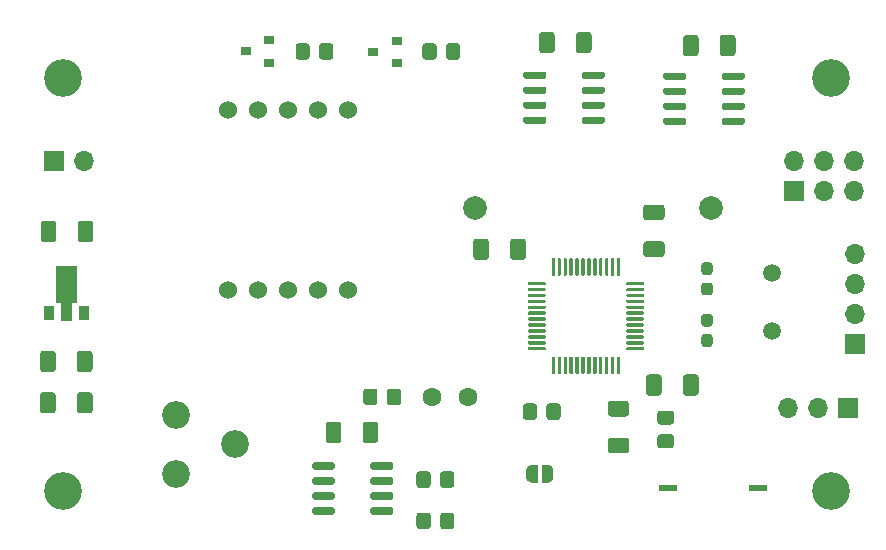
<source format=gts>
G04 #@! TF.GenerationSoftware,KiCad,Pcbnew,(5.1.10)-1*
G04 #@! TF.CreationDate,2022-03-27T16:28:06+02:00*
G04 #@! TF.ProjectId,pullup_counter_schematic,70756c6c-7570-45f6-936f-756e7465725f,1*
G04 #@! TF.SameCoordinates,Original*
G04 #@! TF.FileFunction,Soldermask,Top*
G04 #@! TF.FilePolarity,Negative*
%FSLAX46Y46*%
G04 Gerber Fmt 4.6, Leading zero omitted, Abs format (unit mm)*
G04 Created by KiCad (PCBNEW (5.1.10)-1) date 2022-03-27 16:28:06*
%MOMM*%
%LPD*%
G01*
G04 APERTURE LIST*
%ADD10C,2.340000*%
%ADD11O,1.700000X1.700000*%
%ADD12R,1.700000X1.700000*%
%ADD13R,1.500000X0.600000*%
%ADD14C,2.000000*%
%ADD15C,1.500000*%
%ADD16C,1.524000*%
%ADD17C,0.152400*%
%ADD18R,0.900000X1.300000*%
%ADD19C,1.600000*%
%ADD20R,0.900000X0.800000*%
%ADD21C,3.200000*%
G04 APERTURE END LIST*
D10*
X164500000Y-67500000D03*
X169500000Y-65000000D03*
X164500000Y-62500000D03*
D11*
X221980000Y-41060000D03*
X221980000Y-43600000D03*
X219440000Y-41060000D03*
X219440000Y-43600000D03*
X216900000Y-41060000D03*
D12*
X216900000Y-43600000D03*
D11*
X216320000Y-61900000D03*
X218860000Y-61900000D03*
D12*
X221400000Y-61900000D03*
G36*
G01*
X198900000Y-33900000D02*
X198900000Y-33600000D01*
G75*
G02*
X199050000Y-33450000I150000J0D01*
G01*
X200700000Y-33450000D01*
G75*
G02*
X200850000Y-33600000I0J-150000D01*
G01*
X200850000Y-33900000D01*
G75*
G02*
X200700000Y-34050000I-150000J0D01*
G01*
X199050000Y-34050000D01*
G75*
G02*
X198900000Y-33900000I0J150000D01*
G01*
G37*
G36*
G01*
X198900000Y-35170000D02*
X198900000Y-34870000D01*
G75*
G02*
X199050000Y-34720000I150000J0D01*
G01*
X200700000Y-34720000D01*
G75*
G02*
X200850000Y-34870000I0J-150000D01*
G01*
X200850000Y-35170000D01*
G75*
G02*
X200700000Y-35320000I-150000J0D01*
G01*
X199050000Y-35320000D01*
G75*
G02*
X198900000Y-35170000I0J150000D01*
G01*
G37*
G36*
G01*
X198900000Y-36440000D02*
X198900000Y-36140000D01*
G75*
G02*
X199050000Y-35990000I150000J0D01*
G01*
X200700000Y-35990000D01*
G75*
G02*
X200850000Y-36140000I0J-150000D01*
G01*
X200850000Y-36440000D01*
G75*
G02*
X200700000Y-36590000I-150000J0D01*
G01*
X199050000Y-36590000D01*
G75*
G02*
X198900000Y-36440000I0J150000D01*
G01*
G37*
G36*
G01*
X198900000Y-37710000D02*
X198900000Y-37410000D01*
G75*
G02*
X199050000Y-37260000I150000J0D01*
G01*
X200700000Y-37260000D01*
G75*
G02*
X200850000Y-37410000I0J-150000D01*
G01*
X200850000Y-37710000D01*
G75*
G02*
X200700000Y-37860000I-150000J0D01*
G01*
X199050000Y-37860000D01*
G75*
G02*
X198900000Y-37710000I0J150000D01*
G01*
G37*
G36*
G01*
X193950000Y-37710000D02*
X193950000Y-37410000D01*
G75*
G02*
X194100000Y-37260000I150000J0D01*
G01*
X195750000Y-37260000D01*
G75*
G02*
X195900000Y-37410000I0J-150000D01*
G01*
X195900000Y-37710000D01*
G75*
G02*
X195750000Y-37860000I-150000J0D01*
G01*
X194100000Y-37860000D01*
G75*
G02*
X193950000Y-37710000I0J150000D01*
G01*
G37*
G36*
G01*
X193950000Y-36440000D02*
X193950000Y-36140000D01*
G75*
G02*
X194100000Y-35990000I150000J0D01*
G01*
X195750000Y-35990000D01*
G75*
G02*
X195900000Y-36140000I0J-150000D01*
G01*
X195900000Y-36440000D01*
G75*
G02*
X195750000Y-36590000I-150000J0D01*
G01*
X194100000Y-36590000D01*
G75*
G02*
X193950000Y-36440000I0J150000D01*
G01*
G37*
G36*
G01*
X193950000Y-35170000D02*
X193950000Y-34870000D01*
G75*
G02*
X194100000Y-34720000I150000J0D01*
G01*
X195750000Y-34720000D01*
G75*
G02*
X195900000Y-34870000I0J-150000D01*
G01*
X195900000Y-35170000D01*
G75*
G02*
X195750000Y-35320000I-150000J0D01*
G01*
X194100000Y-35320000D01*
G75*
G02*
X193950000Y-35170000I0J150000D01*
G01*
G37*
G36*
G01*
X193950000Y-33900000D02*
X193950000Y-33600000D01*
G75*
G02*
X194100000Y-33450000I150000J0D01*
G01*
X195750000Y-33450000D01*
G75*
G02*
X195900000Y-33600000I0J-150000D01*
G01*
X195900000Y-33900000D01*
G75*
G02*
X195750000Y-34050000I-150000J0D01*
G01*
X194100000Y-34050000D01*
G75*
G02*
X193950000Y-33900000I0J150000D01*
G01*
G37*
D13*
X213825000Y-68750000D03*
X206175000Y-68750000D03*
D14*
X189850000Y-45000000D03*
X209850000Y-45000000D03*
D15*
X215000000Y-50500000D03*
X215000000Y-55380000D03*
G36*
G01*
X205549999Y-64150000D02*
X206450001Y-64150000D01*
G75*
G02*
X206700000Y-64399999I0J-249999D01*
G01*
X206700000Y-65100001D01*
G75*
G02*
X206450001Y-65350000I-249999J0D01*
G01*
X205549999Y-65350000D01*
G75*
G02*
X205300000Y-65100001I0J249999D01*
G01*
X205300000Y-64399999D01*
G75*
G02*
X205549999Y-64150000I249999J0D01*
G01*
G37*
G36*
G01*
X205549999Y-62150000D02*
X206450001Y-62150000D01*
G75*
G02*
X206700000Y-62399999I0J-249999D01*
G01*
X206700000Y-63100001D01*
G75*
G02*
X206450001Y-63350000I-249999J0D01*
G01*
X205549999Y-63350000D01*
G75*
G02*
X205300000Y-63100001I0J249999D01*
G01*
X205300000Y-62399999D01*
G75*
G02*
X205549999Y-62150000I249999J0D01*
G01*
G37*
D11*
X222000000Y-48880000D03*
X222000000Y-51420000D03*
X222000000Y-53960000D03*
D12*
X222000000Y-56500000D03*
G36*
G01*
X207462500Y-60650002D02*
X207462500Y-59349998D01*
G75*
G02*
X207712498Y-59100000I249998J0D01*
G01*
X208537502Y-59100000D01*
G75*
G02*
X208787500Y-59349998I0J-249998D01*
G01*
X208787500Y-60650002D01*
G75*
G02*
X208537502Y-60900000I-249998J0D01*
G01*
X207712498Y-60900000D01*
G75*
G02*
X207462500Y-60650002I0J249998D01*
G01*
G37*
G36*
G01*
X204337500Y-60650002D02*
X204337500Y-59349998D01*
G75*
G02*
X204587498Y-59100000I249998J0D01*
G01*
X205412502Y-59100000D01*
G75*
G02*
X205662500Y-59349998I0J-249998D01*
G01*
X205662500Y-60650002D01*
G75*
G02*
X205412502Y-60900000I-249998J0D01*
G01*
X204587498Y-60900000D01*
G75*
G02*
X204337500Y-60650002I0J249998D01*
G01*
G37*
G36*
G01*
X209737500Y-50675000D02*
X209262500Y-50675000D01*
G75*
G02*
X209025000Y-50437500I0J237500D01*
G01*
X209025000Y-49837500D01*
G75*
G02*
X209262500Y-49600000I237500J0D01*
G01*
X209737500Y-49600000D01*
G75*
G02*
X209975000Y-49837500I0J-237500D01*
G01*
X209975000Y-50437500D01*
G75*
G02*
X209737500Y-50675000I-237500J0D01*
G01*
G37*
G36*
G01*
X209737500Y-52400000D02*
X209262500Y-52400000D01*
G75*
G02*
X209025000Y-52162500I0J237500D01*
G01*
X209025000Y-51562500D01*
G75*
G02*
X209262500Y-51325000I237500J0D01*
G01*
X209737500Y-51325000D01*
G75*
G02*
X209975000Y-51562500I0J-237500D01*
G01*
X209975000Y-52162500D01*
G75*
G02*
X209737500Y-52400000I-237500J0D01*
G01*
G37*
G36*
G01*
X209262500Y-55687501D02*
X209737500Y-55687501D01*
G75*
G02*
X209975000Y-55925001I0J-237500D01*
G01*
X209975000Y-56525001D01*
G75*
G02*
X209737500Y-56762501I-237500J0D01*
G01*
X209262500Y-56762501D01*
G75*
G02*
X209025000Y-56525001I0J237500D01*
G01*
X209025000Y-55925001D01*
G75*
G02*
X209262500Y-55687501I237500J0D01*
G01*
G37*
G36*
G01*
X209262500Y-53962501D02*
X209737500Y-53962501D01*
G75*
G02*
X209975000Y-54200001I0J-237500D01*
G01*
X209975000Y-54800001D01*
G75*
G02*
X209737500Y-55037501I-237500J0D01*
G01*
X209262500Y-55037501D01*
G75*
G02*
X209025000Y-54800001I0J237500D01*
G01*
X209025000Y-54200001D01*
G75*
G02*
X209262500Y-53962501I237500J0D01*
G01*
G37*
G36*
G01*
X202150000Y-57662500D02*
X202150000Y-58987500D01*
G75*
G02*
X202075000Y-59062500I-75000J0D01*
G01*
X201925000Y-59062500D01*
G75*
G02*
X201850000Y-58987500I0J75000D01*
G01*
X201850000Y-57662500D01*
G75*
G02*
X201925000Y-57587500I75000J0D01*
G01*
X202075000Y-57587500D01*
G75*
G02*
X202150000Y-57662500I0J-75000D01*
G01*
G37*
G36*
G01*
X201650000Y-57662500D02*
X201650000Y-58987500D01*
G75*
G02*
X201575000Y-59062500I-75000J0D01*
G01*
X201425000Y-59062500D01*
G75*
G02*
X201350000Y-58987500I0J75000D01*
G01*
X201350000Y-57662500D01*
G75*
G02*
X201425000Y-57587500I75000J0D01*
G01*
X201575000Y-57587500D01*
G75*
G02*
X201650000Y-57662500I0J-75000D01*
G01*
G37*
G36*
G01*
X201150000Y-57662500D02*
X201150000Y-58987500D01*
G75*
G02*
X201075000Y-59062500I-75000J0D01*
G01*
X200925000Y-59062500D01*
G75*
G02*
X200850000Y-58987500I0J75000D01*
G01*
X200850000Y-57662500D01*
G75*
G02*
X200925000Y-57587500I75000J0D01*
G01*
X201075000Y-57587500D01*
G75*
G02*
X201150000Y-57662500I0J-75000D01*
G01*
G37*
G36*
G01*
X200650000Y-57662500D02*
X200650000Y-58987500D01*
G75*
G02*
X200575000Y-59062500I-75000J0D01*
G01*
X200425000Y-59062500D01*
G75*
G02*
X200350000Y-58987500I0J75000D01*
G01*
X200350000Y-57662500D01*
G75*
G02*
X200425000Y-57587500I75000J0D01*
G01*
X200575000Y-57587500D01*
G75*
G02*
X200650000Y-57662500I0J-75000D01*
G01*
G37*
G36*
G01*
X200150000Y-57662500D02*
X200150000Y-58987500D01*
G75*
G02*
X200075000Y-59062500I-75000J0D01*
G01*
X199925000Y-59062500D01*
G75*
G02*
X199850000Y-58987500I0J75000D01*
G01*
X199850000Y-57662500D01*
G75*
G02*
X199925000Y-57587500I75000J0D01*
G01*
X200075000Y-57587500D01*
G75*
G02*
X200150000Y-57662500I0J-75000D01*
G01*
G37*
G36*
G01*
X199650000Y-57662500D02*
X199650000Y-58987500D01*
G75*
G02*
X199575000Y-59062500I-75000J0D01*
G01*
X199425000Y-59062500D01*
G75*
G02*
X199350000Y-58987500I0J75000D01*
G01*
X199350000Y-57662500D01*
G75*
G02*
X199425000Y-57587500I75000J0D01*
G01*
X199575000Y-57587500D01*
G75*
G02*
X199650000Y-57662500I0J-75000D01*
G01*
G37*
G36*
G01*
X199150000Y-57662500D02*
X199150000Y-58987500D01*
G75*
G02*
X199075000Y-59062500I-75000J0D01*
G01*
X198925000Y-59062500D01*
G75*
G02*
X198850000Y-58987500I0J75000D01*
G01*
X198850000Y-57662500D01*
G75*
G02*
X198925000Y-57587500I75000J0D01*
G01*
X199075000Y-57587500D01*
G75*
G02*
X199150000Y-57662500I0J-75000D01*
G01*
G37*
G36*
G01*
X198650000Y-57662500D02*
X198650000Y-58987500D01*
G75*
G02*
X198575000Y-59062500I-75000J0D01*
G01*
X198425000Y-59062500D01*
G75*
G02*
X198350000Y-58987500I0J75000D01*
G01*
X198350000Y-57662500D01*
G75*
G02*
X198425000Y-57587500I75000J0D01*
G01*
X198575000Y-57587500D01*
G75*
G02*
X198650000Y-57662500I0J-75000D01*
G01*
G37*
G36*
G01*
X198150000Y-57662500D02*
X198150000Y-58987500D01*
G75*
G02*
X198075000Y-59062500I-75000J0D01*
G01*
X197925000Y-59062500D01*
G75*
G02*
X197850000Y-58987500I0J75000D01*
G01*
X197850000Y-57662500D01*
G75*
G02*
X197925000Y-57587500I75000J0D01*
G01*
X198075000Y-57587500D01*
G75*
G02*
X198150000Y-57662500I0J-75000D01*
G01*
G37*
G36*
G01*
X197650000Y-57662500D02*
X197650000Y-58987500D01*
G75*
G02*
X197575000Y-59062500I-75000J0D01*
G01*
X197425000Y-59062500D01*
G75*
G02*
X197350000Y-58987500I0J75000D01*
G01*
X197350000Y-57662500D01*
G75*
G02*
X197425000Y-57587500I75000J0D01*
G01*
X197575000Y-57587500D01*
G75*
G02*
X197650000Y-57662500I0J-75000D01*
G01*
G37*
G36*
G01*
X197150000Y-57662500D02*
X197150000Y-58987500D01*
G75*
G02*
X197075000Y-59062500I-75000J0D01*
G01*
X196925000Y-59062500D01*
G75*
G02*
X196850000Y-58987500I0J75000D01*
G01*
X196850000Y-57662500D01*
G75*
G02*
X196925000Y-57587500I75000J0D01*
G01*
X197075000Y-57587500D01*
G75*
G02*
X197150000Y-57662500I0J-75000D01*
G01*
G37*
G36*
G01*
X196650000Y-57662500D02*
X196650000Y-58987500D01*
G75*
G02*
X196575000Y-59062500I-75000J0D01*
G01*
X196425000Y-59062500D01*
G75*
G02*
X196350000Y-58987500I0J75000D01*
G01*
X196350000Y-57662500D01*
G75*
G02*
X196425000Y-57587500I75000J0D01*
G01*
X196575000Y-57587500D01*
G75*
G02*
X196650000Y-57662500I0J-75000D01*
G01*
G37*
G36*
G01*
X195825000Y-56837500D02*
X195825000Y-56987500D01*
G75*
G02*
X195750000Y-57062500I-75000J0D01*
G01*
X194425000Y-57062500D01*
G75*
G02*
X194350000Y-56987500I0J75000D01*
G01*
X194350000Y-56837500D01*
G75*
G02*
X194425000Y-56762500I75000J0D01*
G01*
X195750000Y-56762500D01*
G75*
G02*
X195825000Y-56837500I0J-75000D01*
G01*
G37*
G36*
G01*
X195825000Y-56337500D02*
X195825000Y-56487500D01*
G75*
G02*
X195750000Y-56562500I-75000J0D01*
G01*
X194425000Y-56562500D01*
G75*
G02*
X194350000Y-56487500I0J75000D01*
G01*
X194350000Y-56337500D01*
G75*
G02*
X194425000Y-56262500I75000J0D01*
G01*
X195750000Y-56262500D01*
G75*
G02*
X195825000Y-56337500I0J-75000D01*
G01*
G37*
G36*
G01*
X195825000Y-55837500D02*
X195825000Y-55987500D01*
G75*
G02*
X195750000Y-56062500I-75000J0D01*
G01*
X194425000Y-56062500D01*
G75*
G02*
X194350000Y-55987500I0J75000D01*
G01*
X194350000Y-55837500D01*
G75*
G02*
X194425000Y-55762500I75000J0D01*
G01*
X195750000Y-55762500D01*
G75*
G02*
X195825000Y-55837500I0J-75000D01*
G01*
G37*
G36*
G01*
X195825000Y-55337500D02*
X195825000Y-55487500D01*
G75*
G02*
X195750000Y-55562500I-75000J0D01*
G01*
X194425000Y-55562500D01*
G75*
G02*
X194350000Y-55487500I0J75000D01*
G01*
X194350000Y-55337500D01*
G75*
G02*
X194425000Y-55262500I75000J0D01*
G01*
X195750000Y-55262500D01*
G75*
G02*
X195825000Y-55337500I0J-75000D01*
G01*
G37*
G36*
G01*
X195825000Y-54837500D02*
X195825000Y-54987500D01*
G75*
G02*
X195750000Y-55062500I-75000J0D01*
G01*
X194425000Y-55062500D01*
G75*
G02*
X194350000Y-54987500I0J75000D01*
G01*
X194350000Y-54837500D01*
G75*
G02*
X194425000Y-54762500I75000J0D01*
G01*
X195750000Y-54762500D01*
G75*
G02*
X195825000Y-54837500I0J-75000D01*
G01*
G37*
G36*
G01*
X195825000Y-54337500D02*
X195825000Y-54487500D01*
G75*
G02*
X195750000Y-54562500I-75000J0D01*
G01*
X194425000Y-54562500D01*
G75*
G02*
X194350000Y-54487500I0J75000D01*
G01*
X194350000Y-54337500D01*
G75*
G02*
X194425000Y-54262500I75000J0D01*
G01*
X195750000Y-54262500D01*
G75*
G02*
X195825000Y-54337500I0J-75000D01*
G01*
G37*
G36*
G01*
X195825000Y-53837500D02*
X195825000Y-53987500D01*
G75*
G02*
X195750000Y-54062500I-75000J0D01*
G01*
X194425000Y-54062500D01*
G75*
G02*
X194350000Y-53987500I0J75000D01*
G01*
X194350000Y-53837500D01*
G75*
G02*
X194425000Y-53762500I75000J0D01*
G01*
X195750000Y-53762500D01*
G75*
G02*
X195825000Y-53837500I0J-75000D01*
G01*
G37*
G36*
G01*
X195825000Y-53337500D02*
X195825000Y-53487500D01*
G75*
G02*
X195750000Y-53562500I-75000J0D01*
G01*
X194425000Y-53562500D01*
G75*
G02*
X194350000Y-53487500I0J75000D01*
G01*
X194350000Y-53337500D01*
G75*
G02*
X194425000Y-53262500I75000J0D01*
G01*
X195750000Y-53262500D01*
G75*
G02*
X195825000Y-53337500I0J-75000D01*
G01*
G37*
G36*
G01*
X195825000Y-52837500D02*
X195825000Y-52987500D01*
G75*
G02*
X195750000Y-53062500I-75000J0D01*
G01*
X194425000Y-53062500D01*
G75*
G02*
X194350000Y-52987500I0J75000D01*
G01*
X194350000Y-52837500D01*
G75*
G02*
X194425000Y-52762500I75000J0D01*
G01*
X195750000Y-52762500D01*
G75*
G02*
X195825000Y-52837500I0J-75000D01*
G01*
G37*
G36*
G01*
X195825000Y-52337500D02*
X195825000Y-52487500D01*
G75*
G02*
X195750000Y-52562500I-75000J0D01*
G01*
X194425000Y-52562500D01*
G75*
G02*
X194350000Y-52487500I0J75000D01*
G01*
X194350000Y-52337500D01*
G75*
G02*
X194425000Y-52262500I75000J0D01*
G01*
X195750000Y-52262500D01*
G75*
G02*
X195825000Y-52337500I0J-75000D01*
G01*
G37*
G36*
G01*
X195825000Y-51837500D02*
X195825000Y-51987500D01*
G75*
G02*
X195750000Y-52062500I-75000J0D01*
G01*
X194425000Y-52062500D01*
G75*
G02*
X194350000Y-51987500I0J75000D01*
G01*
X194350000Y-51837500D01*
G75*
G02*
X194425000Y-51762500I75000J0D01*
G01*
X195750000Y-51762500D01*
G75*
G02*
X195825000Y-51837500I0J-75000D01*
G01*
G37*
G36*
G01*
X195825000Y-51337500D02*
X195825000Y-51487500D01*
G75*
G02*
X195750000Y-51562500I-75000J0D01*
G01*
X194425000Y-51562500D01*
G75*
G02*
X194350000Y-51487500I0J75000D01*
G01*
X194350000Y-51337500D01*
G75*
G02*
X194425000Y-51262500I75000J0D01*
G01*
X195750000Y-51262500D01*
G75*
G02*
X195825000Y-51337500I0J-75000D01*
G01*
G37*
G36*
G01*
X196650000Y-49337500D02*
X196650000Y-50662500D01*
G75*
G02*
X196575000Y-50737500I-75000J0D01*
G01*
X196425000Y-50737500D01*
G75*
G02*
X196350000Y-50662500I0J75000D01*
G01*
X196350000Y-49337500D01*
G75*
G02*
X196425000Y-49262500I75000J0D01*
G01*
X196575000Y-49262500D01*
G75*
G02*
X196650000Y-49337500I0J-75000D01*
G01*
G37*
G36*
G01*
X197150000Y-49337500D02*
X197150000Y-50662500D01*
G75*
G02*
X197075000Y-50737500I-75000J0D01*
G01*
X196925000Y-50737500D01*
G75*
G02*
X196850000Y-50662500I0J75000D01*
G01*
X196850000Y-49337500D01*
G75*
G02*
X196925000Y-49262500I75000J0D01*
G01*
X197075000Y-49262500D01*
G75*
G02*
X197150000Y-49337500I0J-75000D01*
G01*
G37*
G36*
G01*
X197650000Y-49337500D02*
X197650000Y-50662500D01*
G75*
G02*
X197575000Y-50737500I-75000J0D01*
G01*
X197425000Y-50737500D01*
G75*
G02*
X197350000Y-50662500I0J75000D01*
G01*
X197350000Y-49337500D01*
G75*
G02*
X197425000Y-49262500I75000J0D01*
G01*
X197575000Y-49262500D01*
G75*
G02*
X197650000Y-49337500I0J-75000D01*
G01*
G37*
G36*
G01*
X198150000Y-49337500D02*
X198150000Y-50662500D01*
G75*
G02*
X198075000Y-50737500I-75000J0D01*
G01*
X197925000Y-50737500D01*
G75*
G02*
X197850000Y-50662500I0J75000D01*
G01*
X197850000Y-49337500D01*
G75*
G02*
X197925000Y-49262500I75000J0D01*
G01*
X198075000Y-49262500D01*
G75*
G02*
X198150000Y-49337500I0J-75000D01*
G01*
G37*
G36*
G01*
X198650000Y-49337500D02*
X198650000Y-50662500D01*
G75*
G02*
X198575000Y-50737500I-75000J0D01*
G01*
X198425000Y-50737500D01*
G75*
G02*
X198350000Y-50662500I0J75000D01*
G01*
X198350000Y-49337500D01*
G75*
G02*
X198425000Y-49262500I75000J0D01*
G01*
X198575000Y-49262500D01*
G75*
G02*
X198650000Y-49337500I0J-75000D01*
G01*
G37*
G36*
G01*
X199150000Y-49337500D02*
X199150000Y-50662500D01*
G75*
G02*
X199075000Y-50737500I-75000J0D01*
G01*
X198925000Y-50737500D01*
G75*
G02*
X198850000Y-50662500I0J75000D01*
G01*
X198850000Y-49337500D01*
G75*
G02*
X198925000Y-49262500I75000J0D01*
G01*
X199075000Y-49262500D01*
G75*
G02*
X199150000Y-49337500I0J-75000D01*
G01*
G37*
G36*
G01*
X199650000Y-49337500D02*
X199650000Y-50662500D01*
G75*
G02*
X199575000Y-50737500I-75000J0D01*
G01*
X199425000Y-50737500D01*
G75*
G02*
X199350000Y-50662500I0J75000D01*
G01*
X199350000Y-49337500D01*
G75*
G02*
X199425000Y-49262500I75000J0D01*
G01*
X199575000Y-49262500D01*
G75*
G02*
X199650000Y-49337500I0J-75000D01*
G01*
G37*
G36*
G01*
X200150000Y-49337500D02*
X200150000Y-50662500D01*
G75*
G02*
X200075000Y-50737500I-75000J0D01*
G01*
X199925000Y-50737500D01*
G75*
G02*
X199850000Y-50662500I0J75000D01*
G01*
X199850000Y-49337500D01*
G75*
G02*
X199925000Y-49262500I75000J0D01*
G01*
X200075000Y-49262500D01*
G75*
G02*
X200150000Y-49337500I0J-75000D01*
G01*
G37*
G36*
G01*
X200650000Y-49337500D02*
X200650000Y-50662500D01*
G75*
G02*
X200575000Y-50737500I-75000J0D01*
G01*
X200425000Y-50737500D01*
G75*
G02*
X200350000Y-50662500I0J75000D01*
G01*
X200350000Y-49337500D01*
G75*
G02*
X200425000Y-49262500I75000J0D01*
G01*
X200575000Y-49262500D01*
G75*
G02*
X200650000Y-49337500I0J-75000D01*
G01*
G37*
G36*
G01*
X201150000Y-49337500D02*
X201150000Y-50662500D01*
G75*
G02*
X201075000Y-50737500I-75000J0D01*
G01*
X200925000Y-50737500D01*
G75*
G02*
X200850000Y-50662500I0J75000D01*
G01*
X200850000Y-49337500D01*
G75*
G02*
X200925000Y-49262500I75000J0D01*
G01*
X201075000Y-49262500D01*
G75*
G02*
X201150000Y-49337500I0J-75000D01*
G01*
G37*
G36*
G01*
X201650000Y-49337500D02*
X201650000Y-50662500D01*
G75*
G02*
X201575000Y-50737500I-75000J0D01*
G01*
X201425000Y-50737500D01*
G75*
G02*
X201350000Y-50662500I0J75000D01*
G01*
X201350000Y-49337500D01*
G75*
G02*
X201425000Y-49262500I75000J0D01*
G01*
X201575000Y-49262500D01*
G75*
G02*
X201650000Y-49337500I0J-75000D01*
G01*
G37*
G36*
G01*
X202150000Y-49337500D02*
X202150000Y-50662500D01*
G75*
G02*
X202075000Y-50737500I-75000J0D01*
G01*
X201925000Y-50737500D01*
G75*
G02*
X201850000Y-50662500I0J75000D01*
G01*
X201850000Y-49337500D01*
G75*
G02*
X201925000Y-49262500I75000J0D01*
G01*
X202075000Y-49262500D01*
G75*
G02*
X202150000Y-49337500I0J-75000D01*
G01*
G37*
G36*
G01*
X204150000Y-51337500D02*
X204150000Y-51487500D01*
G75*
G02*
X204075000Y-51562500I-75000J0D01*
G01*
X202750000Y-51562500D01*
G75*
G02*
X202675000Y-51487500I0J75000D01*
G01*
X202675000Y-51337500D01*
G75*
G02*
X202750000Y-51262500I75000J0D01*
G01*
X204075000Y-51262500D01*
G75*
G02*
X204150000Y-51337500I0J-75000D01*
G01*
G37*
G36*
G01*
X204150000Y-51837500D02*
X204150000Y-51987500D01*
G75*
G02*
X204075000Y-52062500I-75000J0D01*
G01*
X202750000Y-52062500D01*
G75*
G02*
X202675000Y-51987500I0J75000D01*
G01*
X202675000Y-51837500D01*
G75*
G02*
X202750000Y-51762500I75000J0D01*
G01*
X204075000Y-51762500D01*
G75*
G02*
X204150000Y-51837500I0J-75000D01*
G01*
G37*
G36*
G01*
X204150000Y-52337500D02*
X204150000Y-52487500D01*
G75*
G02*
X204075000Y-52562500I-75000J0D01*
G01*
X202750000Y-52562500D01*
G75*
G02*
X202675000Y-52487500I0J75000D01*
G01*
X202675000Y-52337500D01*
G75*
G02*
X202750000Y-52262500I75000J0D01*
G01*
X204075000Y-52262500D01*
G75*
G02*
X204150000Y-52337500I0J-75000D01*
G01*
G37*
G36*
G01*
X204150000Y-52837500D02*
X204150000Y-52987500D01*
G75*
G02*
X204075000Y-53062500I-75000J0D01*
G01*
X202750000Y-53062500D01*
G75*
G02*
X202675000Y-52987500I0J75000D01*
G01*
X202675000Y-52837500D01*
G75*
G02*
X202750000Y-52762500I75000J0D01*
G01*
X204075000Y-52762500D01*
G75*
G02*
X204150000Y-52837500I0J-75000D01*
G01*
G37*
G36*
G01*
X204150000Y-53337500D02*
X204150000Y-53487500D01*
G75*
G02*
X204075000Y-53562500I-75000J0D01*
G01*
X202750000Y-53562500D01*
G75*
G02*
X202675000Y-53487500I0J75000D01*
G01*
X202675000Y-53337500D01*
G75*
G02*
X202750000Y-53262500I75000J0D01*
G01*
X204075000Y-53262500D01*
G75*
G02*
X204150000Y-53337500I0J-75000D01*
G01*
G37*
G36*
G01*
X204150000Y-53837500D02*
X204150000Y-53987500D01*
G75*
G02*
X204075000Y-54062500I-75000J0D01*
G01*
X202750000Y-54062500D01*
G75*
G02*
X202675000Y-53987500I0J75000D01*
G01*
X202675000Y-53837500D01*
G75*
G02*
X202750000Y-53762500I75000J0D01*
G01*
X204075000Y-53762500D01*
G75*
G02*
X204150000Y-53837500I0J-75000D01*
G01*
G37*
G36*
G01*
X204150000Y-54337500D02*
X204150000Y-54487500D01*
G75*
G02*
X204075000Y-54562500I-75000J0D01*
G01*
X202750000Y-54562500D01*
G75*
G02*
X202675000Y-54487500I0J75000D01*
G01*
X202675000Y-54337500D01*
G75*
G02*
X202750000Y-54262500I75000J0D01*
G01*
X204075000Y-54262500D01*
G75*
G02*
X204150000Y-54337500I0J-75000D01*
G01*
G37*
G36*
G01*
X204150000Y-54837500D02*
X204150000Y-54987500D01*
G75*
G02*
X204075000Y-55062500I-75000J0D01*
G01*
X202750000Y-55062500D01*
G75*
G02*
X202675000Y-54987500I0J75000D01*
G01*
X202675000Y-54837500D01*
G75*
G02*
X202750000Y-54762500I75000J0D01*
G01*
X204075000Y-54762500D01*
G75*
G02*
X204150000Y-54837500I0J-75000D01*
G01*
G37*
G36*
G01*
X204150000Y-55337500D02*
X204150000Y-55487500D01*
G75*
G02*
X204075000Y-55562500I-75000J0D01*
G01*
X202750000Y-55562500D01*
G75*
G02*
X202675000Y-55487500I0J75000D01*
G01*
X202675000Y-55337500D01*
G75*
G02*
X202750000Y-55262500I75000J0D01*
G01*
X204075000Y-55262500D01*
G75*
G02*
X204150000Y-55337500I0J-75000D01*
G01*
G37*
G36*
G01*
X204150000Y-55837500D02*
X204150000Y-55987500D01*
G75*
G02*
X204075000Y-56062500I-75000J0D01*
G01*
X202750000Y-56062500D01*
G75*
G02*
X202675000Y-55987500I0J75000D01*
G01*
X202675000Y-55837500D01*
G75*
G02*
X202750000Y-55762500I75000J0D01*
G01*
X204075000Y-55762500D01*
G75*
G02*
X204150000Y-55837500I0J-75000D01*
G01*
G37*
G36*
G01*
X204150000Y-56337500D02*
X204150000Y-56487500D01*
G75*
G02*
X204075000Y-56562500I-75000J0D01*
G01*
X202750000Y-56562500D01*
G75*
G02*
X202675000Y-56487500I0J75000D01*
G01*
X202675000Y-56337500D01*
G75*
G02*
X202750000Y-56262500I75000J0D01*
G01*
X204075000Y-56262500D01*
G75*
G02*
X204150000Y-56337500I0J-75000D01*
G01*
G37*
G36*
G01*
X204150000Y-56837500D02*
X204150000Y-56987500D01*
G75*
G02*
X204075000Y-57062500I-75000J0D01*
G01*
X202750000Y-57062500D01*
G75*
G02*
X202675000Y-56987500I0J75000D01*
G01*
X202675000Y-56837500D01*
G75*
G02*
X202750000Y-56762500I75000J0D01*
G01*
X204075000Y-56762500D01*
G75*
G02*
X204150000Y-56837500I0J-75000D01*
G01*
G37*
G36*
G01*
X210750000Y-33995000D02*
X210750000Y-33695000D01*
G75*
G02*
X210900000Y-33545000I150000J0D01*
G01*
X212550000Y-33545000D01*
G75*
G02*
X212700000Y-33695000I0J-150000D01*
G01*
X212700000Y-33995000D01*
G75*
G02*
X212550000Y-34145000I-150000J0D01*
G01*
X210900000Y-34145000D01*
G75*
G02*
X210750000Y-33995000I0J150000D01*
G01*
G37*
G36*
G01*
X210750000Y-35265000D02*
X210750000Y-34965000D01*
G75*
G02*
X210900000Y-34815000I150000J0D01*
G01*
X212550000Y-34815000D01*
G75*
G02*
X212700000Y-34965000I0J-150000D01*
G01*
X212700000Y-35265000D01*
G75*
G02*
X212550000Y-35415000I-150000J0D01*
G01*
X210900000Y-35415000D01*
G75*
G02*
X210750000Y-35265000I0J150000D01*
G01*
G37*
G36*
G01*
X210750000Y-36535000D02*
X210750000Y-36235000D01*
G75*
G02*
X210900000Y-36085000I150000J0D01*
G01*
X212550000Y-36085000D01*
G75*
G02*
X212700000Y-36235000I0J-150000D01*
G01*
X212700000Y-36535000D01*
G75*
G02*
X212550000Y-36685000I-150000J0D01*
G01*
X210900000Y-36685000D01*
G75*
G02*
X210750000Y-36535000I0J150000D01*
G01*
G37*
G36*
G01*
X210750000Y-37805000D02*
X210750000Y-37505000D01*
G75*
G02*
X210900000Y-37355000I150000J0D01*
G01*
X212550000Y-37355000D01*
G75*
G02*
X212700000Y-37505000I0J-150000D01*
G01*
X212700000Y-37805000D01*
G75*
G02*
X212550000Y-37955000I-150000J0D01*
G01*
X210900000Y-37955000D01*
G75*
G02*
X210750000Y-37805000I0J150000D01*
G01*
G37*
G36*
G01*
X205800000Y-37805000D02*
X205800000Y-37505000D01*
G75*
G02*
X205950000Y-37355000I150000J0D01*
G01*
X207600000Y-37355000D01*
G75*
G02*
X207750000Y-37505000I0J-150000D01*
G01*
X207750000Y-37805000D01*
G75*
G02*
X207600000Y-37955000I-150000J0D01*
G01*
X205950000Y-37955000D01*
G75*
G02*
X205800000Y-37805000I0J150000D01*
G01*
G37*
G36*
G01*
X205800000Y-36535000D02*
X205800000Y-36235000D01*
G75*
G02*
X205950000Y-36085000I150000J0D01*
G01*
X207600000Y-36085000D01*
G75*
G02*
X207750000Y-36235000I0J-150000D01*
G01*
X207750000Y-36535000D01*
G75*
G02*
X207600000Y-36685000I-150000J0D01*
G01*
X205950000Y-36685000D01*
G75*
G02*
X205800000Y-36535000I0J150000D01*
G01*
G37*
G36*
G01*
X205800000Y-35265000D02*
X205800000Y-34965000D01*
G75*
G02*
X205950000Y-34815000I150000J0D01*
G01*
X207600000Y-34815000D01*
G75*
G02*
X207750000Y-34965000I0J-150000D01*
G01*
X207750000Y-35265000D01*
G75*
G02*
X207600000Y-35415000I-150000J0D01*
G01*
X205950000Y-35415000D01*
G75*
G02*
X205800000Y-35265000I0J150000D01*
G01*
G37*
G36*
G01*
X205800000Y-33995000D02*
X205800000Y-33695000D01*
G75*
G02*
X205950000Y-33545000I150000J0D01*
G01*
X207600000Y-33545000D01*
G75*
G02*
X207750000Y-33695000I0J-150000D01*
G01*
X207750000Y-33995000D01*
G75*
G02*
X207600000Y-34145000I-150000J0D01*
G01*
X205950000Y-34145000D01*
G75*
G02*
X205800000Y-33995000I0J150000D01*
G01*
G37*
D16*
X168920000Y-36720000D03*
X171460000Y-36720000D03*
X174000000Y-36720000D03*
X176540000Y-36720000D03*
X179080000Y-36720000D03*
X179080000Y-51960000D03*
X176540000Y-51960000D03*
X174000000Y-51960000D03*
X171460000Y-51960000D03*
X168920000Y-51960000D03*
D17*
G36*
X156116500Y-49950000D02*
G01*
X156116500Y-53075000D01*
X155700000Y-53075000D01*
X155700000Y-54550000D01*
X154800000Y-54550000D01*
X154800000Y-53075000D01*
X154383500Y-53075000D01*
X154383500Y-49950000D01*
X156116500Y-49950000D01*
G37*
D18*
X156750000Y-53900000D03*
X153750000Y-53900000D03*
G36*
G01*
X181000000Y-66995000D02*
X181000000Y-66695000D01*
G75*
G02*
X181150000Y-66545000I150000J0D01*
G01*
X182800000Y-66545000D01*
G75*
G02*
X182950000Y-66695000I0J-150000D01*
G01*
X182950000Y-66995000D01*
G75*
G02*
X182800000Y-67145000I-150000J0D01*
G01*
X181150000Y-67145000D01*
G75*
G02*
X181000000Y-66995000I0J150000D01*
G01*
G37*
G36*
G01*
X181000000Y-68265000D02*
X181000000Y-67965000D01*
G75*
G02*
X181150000Y-67815000I150000J0D01*
G01*
X182800000Y-67815000D01*
G75*
G02*
X182950000Y-67965000I0J-150000D01*
G01*
X182950000Y-68265000D01*
G75*
G02*
X182800000Y-68415000I-150000J0D01*
G01*
X181150000Y-68415000D01*
G75*
G02*
X181000000Y-68265000I0J150000D01*
G01*
G37*
G36*
G01*
X181000000Y-69535000D02*
X181000000Y-69235000D01*
G75*
G02*
X181150000Y-69085000I150000J0D01*
G01*
X182800000Y-69085000D01*
G75*
G02*
X182950000Y-69235000I0J-150000D01*
G01*
X182950000Y-69535000D01*
G75*
G02*
X182800000Y-69685000I-150000J0D01*
G01*
X181150000Y-69685000D01*
G75*
G02*
X181000000Y-69535000I0J150000D01*
G01*
G37*
G36*
G01*
X181000000Y-70805000D02*
X181000000Y-70505000D01*
G75*
G02*
X181150000Y-70355000I150000J0D01*
G01*
X182800000Y-70355000D01*
G75*
G02*
X182950000Y-70505000I0J-150000D01*
G01*
X182950000Y-70805000D01*
G75*
G02*
X182800000Y-70955000I-150000J0D01*
G01*
X181150000Y-70955000D01*
G75*
G02*
X181000000Y-70805000I0J150000D01*
G01*
G37*
G36*
G01*
X176050000Y-70805000D02*
X176050000Y-70505000D01*
G75*
G02*
X176200000Y-70355000I150000J0D01*
G01*
X177850000Y-70355000D01*
G75*
G02*
X178000000Y-70505000I0J-150000D01*
G01*
X178000000Y-70805000D01*
G75*
G02*
X177850000Y-70955000I-150000J0D01*
G01*
X176200000Y-70955000D01*
G75*
G02*
X176050000Y-70805000I0J150000D01*
G01*
G37*
G36*
G01*
X176050000Y-69535000D02*
X176050000Y-69235000D01*
G75*
G02*
X176200000Y-69085000I150000J0D01*
G01*
X177850000Y-69085000D01*
G75*
G02*
X178000000Y-69235000I0J-150000D01*
G01*
X178000000Y-69535000D01*
G75*
G02*
X177850000Y-69685000I-150000J0D01*
G01*
X176200000Y-69685000D01*
G75*
G02*
X176050000Y-69535000I0J150000D01*
G01*
G37*
G36*
G01*
X176050000Y-68265000D02*
X176050000Y-67965000D01*
G75*
G02*
X176200000Y-67815000I150000J0D01*
G01*
X177850000Y-67815000D01*
G75*
G02*
X178000000Y-67965000I0J-150000D01*
G01*
X178000000Y-68265000D01*
G75*
G02*
X177850000Y-68415000I-150000J0D01*
G01*
X176200000Y-68415000D01*
G75*
G02*
X176050000Y-68265000I0J150000D01*
G01*
G37*
G36*
G01*
X176050000Y-66995000D02*
X176050000Y-66695000D01*
G75*
G02*
X176200000Y-66545000I150000J0D01*
G01*
X177850000Y-66545000D01*
G75*
G02*
X178000000Y-66695000I0J-150000D01*
G01*
X178000000Y-66995000D01*
G75*
G02*
X177850000Y-67145000I-150000J0D01*
G01*
X176200000Y-67145000D01*
G75*
G02*
X176050000Y-66995000I0J150000D01*
G01*
G37*
G36*
G01*
X186100000Y-67549999D02*
X186100000Y-68450001D01*
G75*
G02*
X185850001Y-68700000I-249999J0D01*
G01*
X185149999Y-68700000D01*
G75*
G02*
X184900000Y-68450001I0J249999D01*
G01*
X184900000Y-67549999D01*
G75*
G02*
X185149999Y-67300000I249999J0D01*
G01*
X185850001Y-67300000D01*
G75*
G02*
X186100000Y-67549999I0J-249999D01*
G01*
G37*
G36*
G01*
X188100000Y-67549999D02*
X188100000Y-68450001D01*
G75*
G02*
X187850001Y-68700000I-249999J0D01*
G01*
X187149999Y-68700000D01*
G75*
G02*
X186900000Y-68450001I0J249999D01*
G01*
X186900000Y-67549999D01*
G75*
G02*
X187149999Y-67300000I249999J0D01*
G01*
X187850001Y-67300000D01*
G75*
G02*
X188100000Y-67549999I0J-249999D01*
G01*
G37*
G36*
G01*
X186900000Y-71950001D02*
X186900000Y-71049999D01*
G75*
G02*
X187149999Y-70800000I249999J0D01*
G01*
X187850001Y-70800000D01*
G75*
G02*
X188100000Y-71049999I0J-249999D01*
G01*
X188100000Y-71950001D01*
G75*
G02*
X187850001Y-72200000I-249999J0D01*
G01*
X187149999Y-72200000D01*
G75*
G02*
X186900000Y-71950001I0J249999D01*
G01*
G37*
G36*
G01*
X184900000Y-71950001D02*
X184900000Y-71049999D01*
G75*
G02*
X185149999Y-70800000I249999J0D01*
G01*
X185850001Y-70800000D01*
G75*
G02*
X186100000Y-71049999I0J-249999D01*
G01*
X186100000Y-71950001D01*
G75*
G02*
X185850001Y-72200000I-249999J0D01*
G01*
X185149999Y-72200000D01*
G75*
G02*
X184900000Y-71950001I0J249999D01*
G01*
G37*
G36*
G01*
X187400000Y-32200001D02*
X187400000Y-31299999D01*
G75*
G02*
X187649999Y-31050000I249999J0D01*
G01*
X188350001Y-31050000D01*
G75*
G02*
X188600000Y-31299999I0J-249999D01*
G01*
X188600000Y-32200001D01*
G75*
G02*
X188350001Y-32450000I-249999J0D01*
G01*
X187649999Y-32450000D01*
G75*
G02*
X187400000Y-32200001I0J249999D01*
G01*
G37*
G36*
G01*
X185400000Y-32200001D02*
X185400000Y-31299999D01*
G75*
G02*
X185649999Y-31050000I249999J0D01*
G01*
X186350001Y-31050000D01*
G75*
G02*
X186600000Y-31299999I0J-249999D01*
G01*
X186600000Y-32200001D01*
G75*
G02*
X186350001Y-32450000I-249999J0D01*
G01*
X185649999Y-32450000D01*
G75*
G02*
X185400000Y-32200001I0J249999D01*
G01*
G37*
G36*
G01*
X176660000Y-32200001D02*
X176660000Y-31299999D01*
G75*
G02*
X176909999Y-31050000I249999J0D01*
G01*
X177610001Y-31050000D01*
G75*
G02*
X177860000Y-31299999I0J-249999D01*
G01*
X177860000Y-32200001D01*
G75*
G02*
X177610001Y-32450000I-249999J0D01*
G01*
X176909999Y-32450000D01*
G75*
G02*
X176660000Y-32200001I0J249999D01*
G01*
G37*
G36*
G01*
X174660000Y-32200001D02*
X174660000Y-31299999D01*
G75*
G02*
X174909999Y-31050000I249999J0D01*
G01*
X175610001Y-31050000D01*
G75*
G02*
X175860000Y-31299999I0J-249999D01*
G01*
X175860000Y-32200001D01*
G75*
G02*
X175610001Y-32450000I-249999J0D01*
G01*
X174909999Y-32450000D01*
G75*
G02*
X174660000Y-32200001I0J249999D01*
G01*
G37*
G36*
G01*
X195100000Y-61799999D02*
X195100000Y-62700001D01*
G75*
G02*
X194850001Y-62950000I-249999J0D01*
G01*
X194149999Y-62950000D01*
G75*
G02*
X193900000Y-62700001I0J249999D01*
G01*
X193900000Y-61799999D01*
G75*
G02*
X194149999Y-61550000I249999J0D01*
G01*
X194850001Y-61550000D01*
G75*
G02*
X195100000Y-61799999I0J-249999D01*
G01*
G37*
G36*
G01*
X197100000Y-61799999D02*
X197100000Y-62700001D01*
G75*
G02*
X196850001Y-62950000I-249999J0D01*
G01*
X196149999Y-62950000D01*
G75*
G02*
X195900000Y-62700001I0J249999D01*
G01*
X195900000Y-61799999D01*
G75*
G02*
X196149999Y-61550000I249999J0D01*
G01*
X196850001Y-61550000D01*
G75*
G02*
X197100000Y-61799999I0J-249999D01*
G01*
G37*
D19*
X189250000Y-61000000D03*
X186250000Y-61000000D03*
G36*
G01*
X182400000Y-61450001D02*
X182400000Y-60549999D01*
G75*
G02*
X182649999Y-60300000I249999J0D01*
G01*
X183350001Y-60300000D01*
G75*
G02*
X183600000Y-60549999I0J-249999D01*
G01*
X183600000Y-61450001D01*
G75*
G02*
X183350001Y-61700000I-249999J0D01*
G01*
X182649999Y-61700000D01*
G75*
G02*
X182400000Y-61450001I0J249999D01*
G01*
G37*
G36*
G01*
X180400000Y-61450001D02*
X180400000Y-60549999D01*
G75*
G02*
X180649999Y-60300000I249999J0D01*
G01*
X181350001Y-60300000D01*
G75*
G02*
X181600000Y-60549999I0J-249999D01*
G01*
X181600000Y-61450001D01*
G75*
G02*
X181350001Y-61700000I-249999J0D01*
G01*
X180649999Y-61700000D01*
G75*
G02*
X180400000Y-61450001I0J249999D01*
G01*
G37*
D20*
X181250000Y-31800000D03*
X183250000Y-30850000D03*
X183250000Y-32750000D03*
X170450000Y-31750000D03*
X172450000Y-30800000D03*
X172450000Y-32700000D03*
D17*
G36*
X196000000Y-66750602D02*
G01*
X196024534Y-66750602D01*
X196073365Y-66755412D01*
X196121490Y-66764984D01*
X196168445Y-66779228D01*
X196213778Y-66798005D01*
X196257051Y-66821136D01*
X196297850Y-66848396D01*
X196335779Y-66879524D01*
X196370476Y-66914221D01*
X196401604Y-66952150D01*
X196428864Y-66992949D01*
X196451995Y-67036222D01*
X196470772Y-67081555D01*
X196485016Y-67128510D01*
X196494588Y-67176635D01*
X196499398Y-67225466D01*
X196499398Y-67250000D01*
X196500000Y-67250000D01*
X196500000Y-67750000D01*
X196499398Y-67750000D01*
X196499398Y-67774534D01*
X196494588Y-67823365D01*
X196485016Y-67871490D01*
X196470772Y-67918445D01*
X196451995Y-67963778D01*
X196428864Y-68007051D01*
X196401604Y-68047850D01*
X196370476Y-68085779D01*
X196335779Y-68120476D01*
X196297850Y-68151604D01*
X196257051Y-68178864D01*
X196213778Y-68201995D01*
X196168445Y-68220772D01*
X196121490Y-68235016D01*
X196073365Y-68244588D01*
X196024534Y-68249398D01*
X196000000Y-68249398D01*
X196000000Y-68250000D01*
X195500000Y-68250000D01*
X195500000Y-66750000D01*
X196000000Y-66750000D01*
X196000000Y-66750602D01*
G37*
G36*
X195200000Y-68250000D02*
G01*
X194700000Y-68250000D01*
X194700000Y-68249398D01*
X194675466Y-68249398D01*
X194626635Y-68244588D01*
X194578510Y-68235016D01*
X194531555Y-68220772D01*
X194486222Y-68201995D01*
X194442949Y-68178864D01*
X194402150Y-68151604D01*
X194364221Y-68120476D01*
X194329524Y-68085779D01*
X194298396Y-68047850D01*
X194271136Y-68007051D01*
X194248005Y-67963778D01*
X194229228Y-67918445D01*
X194214984Y-67871490D01*
X194205412Y-67823365D01*
X194200602Y-67774534D01*
X194200602Y-67750000D01*
X194200000Y-67750000D01*
X194200000Y-67250000D01*
X194200602Y-67250000D01*
X194200602Y-67225466D01*
X194205412Y-67176635D01*
X194214984Y-67128510D01*
X194229228Y-67081555D01*
X194248005Y-67036222D01*
X194271136Y-66992949D01*
X194298396Y-66952150D01*
X194329524Y-66914221D01*
X194364221Y-66879524D01*
X194402150Y-66848396D01*
X194442949Y-66821136D01*
X194486222Y-66798005D01*
X194531555Y-66779228D01*
X194578510Y-66764984D01*
X194626635Y-66755412D01*
X194675466Y-66750602D01*
X194700000Y-66750602D01*
X194700000Y-66750000D01*
X195200000Y-66750000D01*
X195200000Y-68250000D01*
G37*
D21*
X220000000Y-69000000D03*
X155000000Y-34000000D03*
X155000000Y-69000000D03*
X220000000Y-34000000D03*
G36*
G01*
X191037500Y-47849998D02*
X191037500Y-49150002D01*
G75*
G02*
X190787502Y-49400000I-249998J0D01*
G01*
X189962498Y-49400000D01*
G75*
G02*
X189712500Y-49150002I0J249998D01*
G01*
X189712500Y-47849998D01*
G75*
G02*
X189962498Y-47600000I249998J0D01*
G01*
X190787502Y-47600000D01*
G75*
G02*
X191037500Y-47849998I0J-249998D01*
G01*
G37*
G36*
G01*
X194162500Y-47849998D02*
X194162500Y-49150002D01*
G75*
G02*
X193912502Y-49400000I-249998J0D01*
G01*
X193087498Y-49400000D01*
G75*
G02*
X192837500Y-49150002I0J249998D01*
G01*
X192837500Y-47849998D01*
G75*
G02*
X193087498Y-47600000I249998J0D01*
G01*
X193912502Y-47600000D01*
G75*
G02*
X194162500Y-47849998I0J-249998D01*
G01*
G37*
G36*
G01*
X201349998Y-64462500D02*
X202650002Y-64462500D01*
G75*
G02*
X202900000Y-64712498I0J-249998D01*
G01*
X202900000Y-65537502D01*
G75*
G02*
X202650002Y-65787500I-249998J0D01*
G01*
X201349998Y-65787500D01*
G75*
G02*
X201100000Y-65537502I0J249998D01*
G01*
X201100000Y-64712498D01*
G75*
G02*
X201349998Y-64462500I249998J0D01*
G01*
G37*
G36*
G01*
X201349998Y-61337500D02*
X202650002Y-61337500D01*
G75*
G02*
X202900000Y-61587498I0J-249998D01*
G01*
X202900000Y-62412502D01*
G75*
G02*
X202650002Y-62662500I-249998J0D01*
G01*
X201349998Y-62662500D01*
G75*
G02*
X201100000Y-62412502I0J249998D01*
G01*
X201100000Y-61587498D01*
G75*
G02*
X201349998Y-61337500I249998J0D01*
G01*
G37*
G36*
G01*
X205650002Y-46037500D02*
X204349998Y-46037500D01*
G75*
G02*
X204100000Y-45787502I0J249998D01*
G01*
X204100000Y-44962498D01*
G75*
G02*
X204349998Y-44712500I249998J0D01*
G01*
X205650002Y-44712500D01*
G75*
G02*
X205900000Y-44962498I0J-249998D01*
G01*
X205900000Y-45787502D01*
G75*
G02*
X205650002Y-46037500I-249998J0D01*
G01*
G37*
G36*
G01*
X205650002Y-49162500D02*
X204349998Y-49162500D01*
G75*
G02*
X204100000Y-48912502I0J249998D01*
G01*
X204100000Y-48087498D01*
G75*
G02*
X204349998Y-47837500I249998J0D01*
G01*
X205650002Y-47837500D01*
G75*
G02*
X205900000Y-48087498I0J-249998D01*
G01*
X205900000Y-48912502D01*
G75*
G02*
X205650002Y-49162500I-249998J0D01*
G01*
G37*
G36*
G01*
X208787500Y-30599998D02*
X208787500Y-31900002D01*
G75*
G02*
X208537502Y-32150000I-249998J0D01*
G01*
X207712498Y-32150000D01*
G75*
G02*
X207462500Y-31900002I0J249998D01*
G01*
X207462500Y-30599998D01*
G75*
G02*
X207712498Y-30350000I249998J0D01*
G01*
X208537502Y-30350000D01*
G75*
G02*
X208787500Y-30599998I0J-249998D01*
G01*
G37*
G36*
G01*
X211912500Y-30599998D02*
X211912500Y-31900002D01*
G75*
G02*
X211662502Y-32150000I-249998J0D01*
G01*
X210837498Y-32150000D01*
G75*
G02*
X210587500Y-31900002I0J249998D01*
G01*
X210587500Y-30599998D01*
G75*
G02*
X210837498Y-30350000I249998J0D01*
G01*
X211662502Y-30350000D01*
G75*
G02*
X211912500Y-30599998I0J-249998D01*
G01*
G37*
G36*
G01*
X196600000Y-30349998D02*
X196600000Y-31650002D01*
G75*
G02*
X196350002Y-31900000I-249998J0D01*
G01*
X195524998Y-31900000D01*
G75*
G02*
X195275000Y-31650002I0J249998D01*
G01*
X195275000Y-30349998D01*
G75*
G02*
X195524998Y-30100000I249998J0D01*
G01*
X196350002Y-30100000D01*
G75*
G02*
X196600000Y-30349998I0J-249998D01*
G01*
G37*
G36*
G01*
X199725000Y-30349998D02*
X199725000Y-31650002D01*
G75*
G02*
X199475002Y-31900000I-249998J0D01*
G01*
X198649998Y-31900000D01*
G75*
G02*
X198400000Y-31650002I0J249998D01*
G01*
X198400000Y-30349998D01*
G75*
G02*
X198649998Y-30100000I249998J0D01*
G01*
X199475002Y-30100000D01*
G75*
G02*
X199725000Y-30349998I0J-249998D01*
G01*
G37*
G36*
G01*
X154350000Y-60849998D02*
X154350000Y-62150002D01*
G75*
G02*
X154100002Y-62400000I-249998J0D01*
G01*
X153274998Y-62400000D01*
G75*
G02*
X153025000Y-62150002I0J249998D01*
G01*
X153025000Y-60849998D01*
G75*
G02*
X153274998Y-60600000I249998J0D01*
G01*
X154100002Y-60600000D01*
G75*
G02*
X154350000Y-60849998I0J-249998D01*
G01*
G37*
G36*
G01*
X157475000Y-60849998D02*
X157475000Y-62150002D01*
G75*
G02*
X157225002Y-62400000I-249998J0D01*
G01*
X156399998Y-62400000D01*
G75*
G02*
X156150000Y-62150002I0J249998D01*
G01*
X156150000Y-60849998D01*
G75*
G02*
X156399998Y-60600000I249998J0D01*
G01*
X157225002Y-60600000D01*
G75*
G02*
X157475000Y-60849998I0J-249998D01*
G01*
G37*
G36*
G01*
X154350000Y-57349998D02*
X154350000Y-58650002D01*
G75*
G02*
X154100002Y-58900000I-249998J0D01*
G01*
X153274998Y-58900000D01*
G75*
G02*
X153025000Y-58650002I0J249998D01*
G01*
X153025000Y-57349998D01*
G75*
G02*
X153274998Y-57100000I249998J0D01*
G01*
X154100002Y-57100000D01*
G75*
G02*
X154350000Y-57349998I0J-249998D01*
G01*
G37*
G36*
G01*
X157475000Y-57349998D02*
X157475000Y-58650002D01*
G75*
G02*
X157225002Y-58900000I-249998J0D01*
G01*
X156399998Y-58900000D01*
G75*
G02*
X156150000Y-58650002I0J249998D01*
G01*
X156150000Y-57349998D01*
G75*
G02*
X156399998Y-57100000I249998J0D01*
G01*
X157225002Y-57100000D01*
G75*
G02*
X157475000Y-57349998I0J-249998D01*
G01*
G37*
G36*
G01*
X156212500Y-47650002D02*
X156212500Y-46349998D01*
G75*
G02*
X156462498Y-46100000I249998J0D01*
G01*
X157287502Y-46100000D01*
G75*
G02*
X157537500Y-46349998I0J-249998D01*
G01*
X157537500Y-47650002D01*
G75*
G02*
X157287502Y-47900000I-249998J0D01*
G01*
X156462498Y-47900000D01*
G75*
G02*
X156212500Y-47650002I0J249998D01*
G01*
G37*
G36*
G01*
X153087500Y-47650002D02*
X153087500Y-46349998D01*
G75*
G02*
X153337498Y-46100000I249998J0D01*
G01*
X154162502Y-46100000D01*
G75*
G02*
X154412500Y-46349998I0J-249998D01*
G01*
X154412500Y-47650002D01*
G75*
G02*
X154162502Y-47900000I-249998J0D01*
G01*
X153337498Y-47900000D01*
G75*
G02*
X153087500Y-47650002I0J249998D01*
G01*
G37*
G36*
G01*
X178537500Y-63349998D02*
X178537500Y-64650002D01*
G75*
G02*
X178287502Y-64900000I-249998J0D01*
G01*
X177462498Y-64900000D01*
G75*
G02*
X177212500Y-64650002I0J249998D01*
G01*
X177212500Y-63349998D01*
G75*
G02*
X177462498Y-63100000I249998J0D01*
G01*
X178287502Y-63100000D01*
G75*
G02*
X178537500Y-63349998I0J-249998D01*
G01*
G37*
G36*
G01*
X181662500Y-63349998D02*
X181662500Y-64650002D01*
G75*
G02*
X181412502Y-64900000I-249998J0D01*
G01*
X180587498Y-64900000D01*
G75*
G02*
X180337500Y-64650002I0J249998D01*
G01*
X180337500Y-63349998D01*
G75*
G02*
X180587498Y-63100000I249998J0D01*
G01*
X181412502Y-63100000D01*
G75*
G02*
X181662500Y-63349998I0J-249998D01*
G01*
G37*
D11*
X156790000Y-41000000D03*
D12*
X154250000Y-41000000D03*
M02*

</source>
